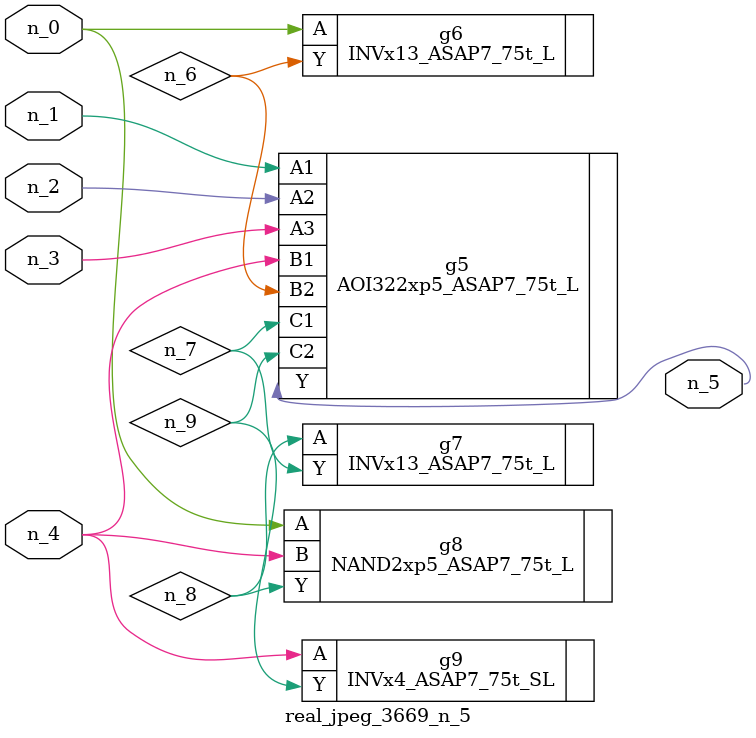
<source format=v>
module real_jpeg_3669_n_5 (n_4, n_0, n_1, n_2, n_3, n_5);

input n_4;
input n_0;
input n_1;
input n_2;
input n_3;

output n_5;

wire n_8;
wire n_6;
wire n_7;
wire n_9;

INVx13_ASAP7_75t_L g6 ( 
.A(n_0),
.Y(n_6)
);

NAND2xp5_ASAP7_75t_L g8 ( 
.A(n_0),
.B(n_4),
.Y(n_8)
);

AOI322xp5_ASAP7_75t_L g5 ( 
.A1(n_1),
.A2(n_2),
.A3(n_3),
.B1(n_4),
.B2(n_6),
.C1(n_7),
.C2(n_9),
.Y(n_5)
);

INVx4_ASAP7_75t_SL g9 ( 
.A(n_4),
.Y(n_9)
);

INVx13_ASAP7_75t_L g7 ( 
.A(n_8),
.Y(n_7)
);


endmodule
</source>
